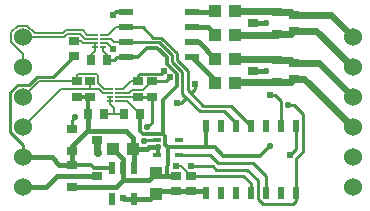
<source format=gbr>
G04 EAGLE Gerber X2 export*
%TF.Part,Single*%
%TF.FileFunction,Copper,L1,Top,Mixed*%
%TF.FilePolarity,Positive*%
%TF.GenerationSoftware,Autodesk,EAGLE,9.0.1*%
%TF.CreationDate,2018-09-06T19:24:28Z*%
G75*
%MOMM*%
%FSLAX34Y34*%
%LPD*%
%AMOC8*
5,1,8,0,0,1.08239X$1,22.5*%
G01*
%ADD10R,1.000000X1.000000*%
%ADD11R,0.900000X0.700000*%
%ADD12R,1.200000X0.600000*%
%ADD13R,0.500000X1.000000*%
%ADD14C,1.524000*%
%ADD15R,0.900000X0.800000*%
%ADD16R,0.800000X0.350000*%
%ADD17R,0.550000X1.000000*%
%ADD18R,0.510000X0.190000*%
%ADD19R,0.700000X0.900000*%
%ADD20C,0.152400*%
%ADD21C,0.254000*%
%ADD22C,0.604000*%
%ADD23C,0.304800*%
%ADD24C,0.406400*%
%ADD25C,0.554000*%
%ADD26C,0.200000*%
%ADD27C,0.609600*%
%ADD28C,0.704000*%


D10*
X159140Y149860D03*
X176140Y149860D03*
X195580Y112150D03*
X195580Y129150D03*
D11*
X212090Y114150D03*
X212090Y127150D03*
X312420Y222400D03*
X312420Y209400D03*
X312420Y250040D03*
X312420Y263040D03*
X224790Y127150D03*
X224790Y114150D03*
D12*
X170120Y265430D03*
X170120Y252730D03*
X170120Y240030D03*
X170120Y227330D03*
X226120Y227330D03*
X226120Y240030D03*
X226120Y252730D03*
X226120Y265430D03*
D13*
X275590Y169720D03*
X288290Y169720D03*
X300990Y169720D03*
X313690Y169720D03*
X262890Y169720D03*
X250190Y169720D03*
X237490Y169720D03*
X237490Y112220D03*
X250190Y112220D03*
X262890Y112220D03*
X275590Y112220D03*
X288290Y112220D03*
X300990Y112220D03*
X313690Y112220D03*
D14*
X82550Y244458D03*
X82550Y219058D03*
X82550Y193658D03*
X82550Y168258D03*
X82550Y142858D03*
X82550Y117458D03*
X361950Y117458D03*
X361950Y142858D03*
X361950Y168258D03*
X361950Y193658D03*
X361950Y219058D03*
X361950Y244458D03*
D11*
X180340Y207160D03*
X180340Y194160D03*
X191770Y207160D03*
X191770Y194160D03*
D15*
X124620Y166980D03*
X124620Y147980D03*
X145620Y157480D03*
D16*
X196240Y157630D03*
X196240Y144630D03*
X215240Y144630D03*
X215240Y151130D03*
X215240Y157630D03*
D17*
X177140Y107150D03*
X158140Y107150D03*
X158140Y134150D03*
X167640Y134150D03*
X177140Y134150D03*
D18*
X156670Y190330D03*
X156670Y193830D03*
X156670Y197330D03*
X156670Y200830D03*
X163370Y200830D03*
X163370Y197330D03*
X163370Y193830D03*
X163370Y190330D03*
X143970Y236050D03*
X143970Y239550D03*
X143970Y243050D03*
X143970Y246550D03*
X150670Y246550D03*
X150670Y243050D03*
X150670Y239550D03*
X150670Y236050D03*
D11*
X125730Y241450D03*
X125730Y228450D03*
D19*
X151280Y179070D03*
X138280Y179070D03*
D11*
X128270Y207160D03*
X128270Y194160D03*
X139700Y207160D03*
X139700Y194160D03*
D19*
X140820Y224790D03*
X153820Y224790D03*
X168760Y179070D03*
X181760Y179070D03*
D15*
X124620Y136500D03*
X124620Y117500D03*
X145620Y127000D03*
X298290Y247040D03*
X298290Y266040D03*
X277290Y256540D03*
X298290Y206400D03*
X298290Y225400D03*
X277290Y215900D03*
D10*
X245500Y266700D03*
X262500Y266700D03*
X245500Y246380D03*
X262500Y246380D03*
X245500Y205740D03*
X262500Y205740D03*
X245500Y226060D03*
X262500Y226060D03*
D20*
X157000Y243050D02*
X150670Y243050D01*
X157000Y243050D02*
X160020Y240030D01*
X170120Y240030D01*
D21*
X197995Y240030D01*
X232410Y181610D02*
X252730Y181610D01*
X262890Y171450D01*
X262890Y169720D01*
D22*
X212952Y188368D03*
D21*
X208788Y223730D02*
X208788Y229237D01*
X197995Y240030D01*
X208788Y223730D02*
X217665Y214854D01*
X220980Y193040D02*
X232410Y181610D01*
X220980Y193040D02*
X217665Y196355D01*
X217665Y214854D01*
X216308Y188368D02*
X212952Y188368D01*
X216308Y188368D02*
X220980Y193040D01*
D20*
X155110Y246550D02*
X150670Y246550D01*
X155110Y246550D02*
X161290Y252730D01*
X170120Y252730D01*
D21*
X258794Y186516D02*
X275590Y169720D01*
X184577Y252730D02*
X170120Y252730D01*
D22*
X228600Y204470D03*
D21*
X193213Y244094D02*
X184577Y252730D01*
X193213Y244094D02*
X199679Y244094D01*
X212852Y230921D01*
X212852Y225414D01*
X222250Y216016D02*
X222250Y199390D01*
X222250Y216016D02*
X212852Y225414D01*
X235124Y186516D02*
X258794Y186516D01*
X224790Y196850D02*
X222250Y199390D01*
X224790Y196850D02*
X235124Y186516D01*
X228600Y200660D02*
X228600Y204470D01*
X228600Y200660D02*
X224790Y196850D01*
D23*
X215240Y151130D02*
X205740Y151130D01*
D24*
X161950Y117500D02*
X124620Y117500D01*
X161950Y117500D02*
X167640Y123190D01*
X189620Y123190D01*
X195580Y129150D01*
X167640Y134150D02*
X167640Y123190D01*
X167640Y134150D02*
X167640Y141360D01*
X159140Y149860D01*
D21*
X162560Y227330D02*
X170120Y227330D01*
X162560Y227330D02*
X160020Y224790D01*
X153820Y224790D01*
D24*
X204470Y127150D02*
X212090Y127150D01*
X204470Y127150D02*
X197580Y127150D01*
X195580Y129150D01*
D23*
X205740Y135890D02*
X205740Y151130D01*
X205740Y135890D02*
X204470Y134620D01*
X204470Y127150D01*
X196627Y235291D02*
X188066Y235291D01*
X180105Y227330D02*
X170120Y227330D01*
X180105Y227330D02*
X188066Y235291D01*
X196627Y235291D02*
X204470Y227449D01*
X204470Y221942D01*
X213347Y213065D02*
X213347Y203426D01*
X213347Y213065D02*
X204470Y221942D01*
X203288Y153582D02*
X205740Y151130D01*
X203288Y153582D02*
X203288Y160643D01*
X201371Y162560D01*
X184150Y162560D01*
X181760Y164950D01*
X181760Y179070D01*
X201371Y191450D02*
X213347Y203426D01*
X201371Y191450D02*
X201371Y162560D01*
D25*
X292100Y152400D03*
D23*
X237490Y151130D02*
X215240Y151130D01*
X237490Y151130D02*
X245209Y151130D01*
X252427Y143913D01*
X283613Y143913D01*
X292100Y152400D01*
X237490Y151130D02*
X237490Y169720D01*
D24*
X277290Y215900D02*
X288290Y215900D01*
D25*
X288290Y215900D03*
D24*
X288290Y256540D02*
X277290Y256540D01*
D25*
X288290Y256540D03*
D20*
X181760Y179070D02*
X170500Y190330D01*
X163370Y190330D01*
X153820Y224790D02*
X153820Y229720D01*
X150670Y232870D02*
X150670Y236050D01*
X150670Y232870D02*
X153820Y229720D01*
D22*
X201930Y215900D03*
X292100Y195580D03*
D21*
X300990Y190500D02*
X300990Y169720D01*
X300990Y190500D02*
X295910Y195580D01*
X292100Y195580D01*
X180340Y207160D02*
X180340Y212090D01*
X181704Y213454D01*
X199484Y213454D02*
X201930Y215900D01*
X199484Y213454D02*
X181704Y213454D01*
D20*
X180340Y207160D02*
X174140Y207160D01*
X167810Y200830D02*
X163370Y200830D01*
X167810Y200830D02*
X174140Y207160D01*
X184556Y199946D02*
X191770Y207160D01*
X184556Y199946D02*
X174893Y199946D01*
X172277Y197330D02*
X163370Y197330D01*
X172277Y197330D02*
X174893Y199946D01*
D21*
X191770Y207160D02*
X203887Y207160D01*
X207279Y210551D01*
D22*
X207279Y210551D03*
X224790Y135194D03*
D21*
X243869Y135194D01*
X246602Y132461D01*
X272642Y132461D01*
X281726Y123377D01*
X281726Y107333D01*
X286189Y102870D01*
X311150Y102870D02*
X313690Y105410D01*
X313690Y112220D01*
X311150Y102870D02*
X286189Y102870D01*
D25*
X307340Y186690D03*
D21*
X313690Y141638D02*
X313690Y112220D01*
X312420Y186690D02*
X307340Y186690D01*
X312420Y186690D02*
X320040Y179070D01*
X320040Y147988D01*
X313690Y141638D01*
X275590Y120650D02*
X275590Y112220D01*
X269090Y127150D02*
X224790Y127150D01*
X269090Y127150D02*
X275590Y120650D01*
D26*
X224790Y127150D02*
X216746Y135194D01*
X212090Y135194D01*
D22*
X212090Y135194D03*
D23*
X139700Y194160D02*
X128270Y194160D01*
X139700Y180490D02*
X138280Y179070D01*
D24*
X124620Y147980D02*
X124620Y136500D01*
D23*
X138280Y179070D02*
X138280Y192740D01*
X139700Y194160D01*
D24*
X107332Y142858D02*
X82550Y142858D01*
X113690Y136500D02*
X124620Y136500D01*
X113690Y136500D02*
X107332Y142858D01*
X124620Y147980D02*
X124620Y152560D01*
X137160Y165100D01*
X170180Y165100D01*
X176140Y159140D02*
X176140Y152400D01*
X176140Y149860D01*
X176140Y159140D02*
X170180Y165100D01*
X177140Y148860D02*
X177140Y134150D01*
X177140Y148860D02*
X176140Y149860D01*
D23*
X140360Y136500D02*
X124620Y136500D01*
X142710Y134150D02*
X158140Y134150D01*
X142710Y134150D02*
X140360Y136500D01*
D24*
X137160Y165100D02*
X138280Y166220D01*
X138280Y179070D01*
D21*
X78236Y204072D02*
X72136Y197972D01*
X87935Y204072D02*
X94579Y210716D01*
X82550Y153531D02*
X82550Y142858D01*
X78236Y204072D02*
X87935Y204072D01*
X72136Y163945D02*
X82550Y153531D01*
X107996Y210716D02*
X125730Y228450D01*
X107996Y210716D02*
X94579Y210716D01*
X72136Y197972D02*
X72136Y163945D01*
D25*
X196850Y151130D03*
D24*
X189300Y151130D01*
X188054Y149884D01*
X178656Y149884D01*
X176140Y152400D01*
D23*
X196850Y151130D02*
X196850Y145240D01*
X196240Y144630D01*
D21*
X191770Y194160D02*
X180340Y194160D01*
D20*
X180010Y193830D02*
X163370Y193830D01*
X180010Y193830D02*
X180340Y194160D01*
D24*
X195580Y112150D02*
X190580Y107150D01*
X177140Y107150D01*
X195580Y112150D02*
X197580Y114150D01*
X212090Y114150D01*
X224790Y114150D01*
X235560Y114150D01*
X237490Y112220D01*
D23*
X170120Y265430D02*
X161290Y265430D01*
X158750Y262890D01*
D22*
X158750Y262890D03*
X159126Y234724D03*
D24*
X168440Y107150D02*
X177140Y107150D01*
X168440Y107150D02*
X167640Y107950D01*
D22*
X167640Y107950D03*
D25*
X187960Y168378D03*
D21*
X191770Y172188D01*
X191770Y194160D01*
D20*
X159126Y234724D02*
X154300Y239550D01*
X150670Y239550D01*
D27*
X263160Y206400D02*
X298290Y206400D01*
X263160Y206400D02*
X262500Y205740D01*
X298290Y206400D02*
X309420Y206400D01*
X312420Y209400D01*
X320808Y209400D01*
X361950Y168258D01*
X298290Y225400D02*
X297630Y226060D01*
X262500Y226060D01*
X298290Y225400D02*
X309420Y225400D01*
X312420Y222400D01*
X333208Y222400D01*
X361950Y193658D01*
X298290Y247040D02*
X297630Y246380D01*
X262500Y246380D01*
X298290Y247040D02*
X309420Y247040D01*
X312420Y250040D01*
X330968Y250040D01*
X361950Y219058D01*
X298290Y266040D02*
X297630Y266700D01*
X262500Y266700D01*
X298290Y266040D02*
X309420Y266040D01*
X312420Y263040D01*
X343368Y263040D01*
X361950Y244458D01*
D21*
X313690Y169720D02*
X313690Y149860D01*
X308610Y144780D01*
D22*
X308610Y144780D03*
D21*
X124620Y166980D02*
X124620Y174150D01*
X127000Y176530D01*
D25*
X127000Y176530D03*
X185434Y156210D03*
D21*
X186854Y157630D01*
X196240Y157630D01*
X288290Y127000D02*
X288290Y112220D01*
X288290Y127000D02*
X277495Y137795D01*
X248285Y137795D01*
X241450Y144630D02*
X215240Y144630D01*
X241450Y144630D02*
X248285Y137795D01*
D28*
X146050Y146050D03*
D24*
X145620Y146480D01*
D27*
X145620Y157480D01*
D20*
X139700Y200660D02*
X139700Y207160D01*
X139700Y200660D02*
X147320Y200660D01*
X150650Y197330D02*
X156670Y197330D01*
X150650Y197330D02*
X147320Y200660D01*
X139700Y200660D02*
X114952Y200660D01*
X82550Y168258D01*
X96052Y207160D02*
X128270Y207160D01*
X96052Y207160D02*
X82550Y193658D01*
X128270Y207160D02*
X128270Y212090D01*
X145147Y212946D02*
X146486Y211607D01*
X146486Y205805D01*
X145147Y212946D02*
X129126Y212946D01*
X128270Y212090D01*
X151461Y200830D02*
X156670Y200830D01*
X151461Y200830D02*
X146486Y205805D01*
X72644Y240355D02*
X72644Y248562D01*
X78447Y254364D01*
X86653Y254364D01*
X93368Y247650D01*
X82550Y230449D02*
X82550Y219058D01*
X82550Y230449D02*
X72644Y240355D01*
X116387Y247650D02*
X119021Y250284D01*
X116387Y247650D02*
X93368Y247650D01*
X136990Y246550D02*
X143970Y246550D01*
X133256Y250284D02*
X119021Y250284D01*
X133256Y250284D02*
X136990Y246550D01*
X117505Y244458D02*
X82550Y244458D01*
X117505Y244458D02*
X120283Y247236D01*
X131224Y247236D01*
X135410Y243050D02*
X143970Y243050D01*
X135410Y243050D02*
X131224Y247236D01*
X143970Y239550D02*
X143970Y236050D01*
X143970Y239550D02*
X133830Y239550D01*
X131930Y241450D02*
X125730Y241450D01*
X131930Y241450D02*
X133830Y239550D01*
X143970Y236050D02*
X143970Y232870D01*
X140820Y229720D02*
X140820Y224790D01*
X140820Y229720D02*
X143970Y232870D01*
X156670Y193830D02*
X156670Y190330D01*
X160020Y179070D02*
X151280Y179070D01*
X160020Y179070D02*
X168760Y179070D01*
X160020Y179070D02*
X160020Y184440D01*
X156670Y187790D01*
X156670Y190330D01*
D24*
X102218Y117458D02*
X82550Y117458D01*
X102218Y117458D02*
X111760Y127000D01*
X145620Y127000D01*
X244230Y265430D02*
X245500Y266700D01*
X244230Y265430D02*
X226120Y265430D01*
X239150Y252730D02*
X245500Y246380D01*
X239150Y252730D02*
X226120Y252730D01*
X245500Y207950D02*
X245500Y205740D01*
X245500Y207950D02*
X226120Y227330D01*
X231530Y240030D02*
X245500Y226060D01*
X231530Y240030D02*
X226120Y240030D01*
M02*

</source>
